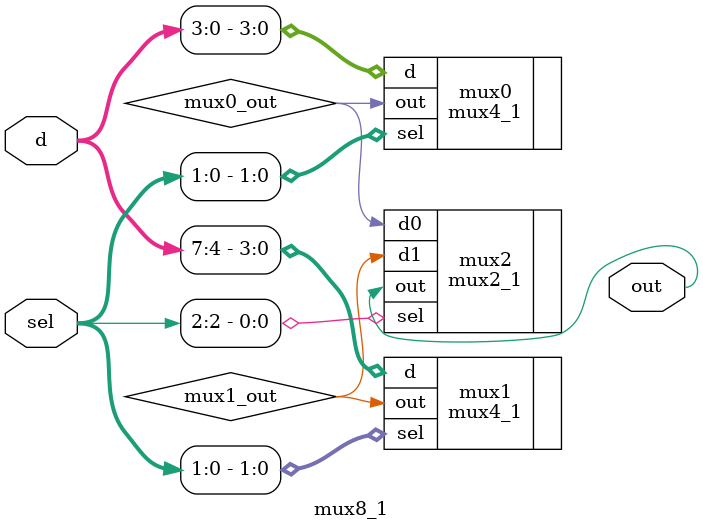
<source format=sv>
module mux8_1 (out, d, sel);
	input logic [7:0] d;
	input logic [2:0] sel;
	output logic out;
	
	logic mux0_out, mux1_out;
	
	mux4_1 mux0 (.out(mux0_out), .d(d[3:0]), .sel(sel[1:0]));
	mux4_1 mux1 (.out(mux1_out), .d(d[7:4]), .sel(sel[1:0]));
	mux2_1 mux2 (.out, .d0(mux0_out), .d1(mux1_out), .sel(sel[2]));
	
endmodule 
</source>
